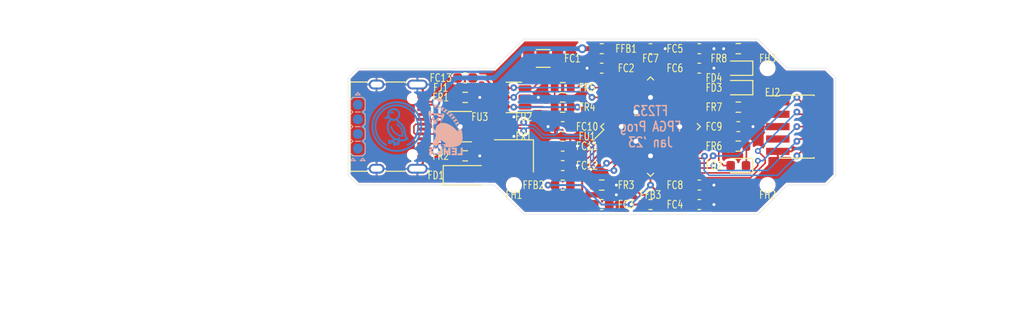
<source format=kicad_pcb>
(kicad_pcb (version 20221018) (generator pcbnew)
  (layers (0 "F.Cu" signal "Front") (31 "B.Cu" signal "Back") (34 "B.Paste" user) (35 "F.Paste" user) (36 "B.SilkS" user "B.Silkscreen") (37 "F.SilkS" user "F.Silkscreen") (38 "B.Mask" user) (39 "F.Mask" user) (44 "Edge.Cuts" user))
  (net 0 "")
  (net 1 "gnd")
  (net 2 "usb_chain_0.d_N")
  (net 3 "vusb")
  (net 4 "usb_chain_0.d_P")
  (net 5 "usb.conn.A5")
  (net 6 "usb.conn.B5")
  (net 7 "ft232.ic.vccd")
  (net 8 "ft232.eeprom_spi.spi.miso")
  (net 9 "ft232.eeprom_spi.eedata")
  (net 10 "led0.res.a")
  (net 11 "led1.res.a")
  (net 12 "led2.res.a")
  (net 13 "ft232.ref_res.a")
  (net 14 "ft232.eeprom_spi.eeclk")
  (net 15 "ft232.eeprom.cs")
  (net 16 "ft232.crystal.crystal.a")
  (net 17 "ft232.crystal.crystal.b")
  (net 18 "ft232.mpsse.sck")
  (net 19 "ft232.mpsse.mosi")
  (net 20 "ft232.mpsse.miso")
  (net 21 "ft232.ic.adbus3")
  (net 22 "ft232.adbus4")
  (net 23 "ft232.ic.adbus5")
  (net 24 "ft232.ic.adbus6")
  (net 25 "ft232.adbus7")
  (net 26 "ft232.acbus0")
  (net 27 "ft232.acbus1")
  (net 28 "ft232.acbus2")
  (net 29 "ft232.acbus3")
  (net 30 "ft232.acbus4")
  (net 31 "ft232.acbus5")
  (net 32 "ft232.acbus6")
  (net 33 "ft232.acbus7")
  (net 34 "ft232.acbus8")
  (net 35 "ft232.acbus9")
  (net 36 "ft232.ic.vcca")
  (net 37 "ft232.ic.vcccore")
  (net 38 "ft232.ic.vregin")
  (net 39 "ft232.ic.vphy")
  (net 40 "ft232.ic.vpll")
  (net 41 "out.pwr")
  (footprint "Capacitor_SMD:C_0603_1608Metric" (layer "F.Cu") (at 129 52)
    (fp_text reference "FC12")
    (fp_text value "")
  )
  (footprint "Package_TO_SOT_SMD:SOT-23-6" (layer "F.Cu") (at 124 45 180)
    (fp_text reference "FU2")
    (fp_text value "93LC56B (Microchip Technology)")
  )
  (footprint "Capacitor_SMD:C_0603_1608Metric" (layer "F.Cu") (at 143 42)
    (fp_text reference "FC6")
    (fp_text value "")
  )
  (footprint "Capacitor_SMD:C_0603_1608Metric" (layer "F.Cu") (at 119 43 180)
    (fp_text reference "FC13")
    (fp_text value "")
  )
  (footprint "Inductor_SMD:L_0603_1608Metric" (layer "F.Cu") (at 133 40)
    (fp_text reference "FFB1")
    (fp_text value "")
  )
  (footprint "Capacitor_SMD:C_0603_1608Metric" (layer "F.Cu") (at 143 54)
    (fp_text reference "FC8")
    (fp_text value "")
  )
  (footprint "Connector_PinHeader_1.27mm:PinHeader_2x05_P1.27mm_Vertical_SMD" (layer "F.Cu") (at 153 48)
    (fp_text reference "FJ2")
    (fp_text value "PinHeader1.27 Shrouded 2x5 (Generic)")
  )
  (footprint "LED_SMD:LED_0603_1608Metric" (layer "F.Cu") (at 147 44 180)
    (fp_text reference "FD3")
    (fp_text value "")
  )
  (footprint "LED_SMD:LED_0603_1608Metric" (layer "F.Cu") (at 147 52 180)
    (fp_text reference "FD2")
    (fp_text value "C2290 (Hubei KENTO Elec) - White 0603 Light Emitting Diodes (LED) RoHS")
  )
  (footprint "Resistor_SMD:R_0603_1608Metric" (layer "F.Cu") (at 147 50 180)
    (fp_text reference "FR6")
    (fp_text value "")
  )
  (footprint "edg:JlcToolingHole_1.152mm" (layer "F.Cu") (at 150 54)
    (fp_text reference "FH2")
    (fp_text value "")
  )
  (footprint "Resistor_SMD:R_0603_1608Metric" (layer "F.Cu") (at 129 46 180)
    (fp_text reference "FR4")
    (fp_text value "")
  )
  (footprint "Inductor_SMD:L_0603_1608Metric" (layer "F.Cu") (at 138 56)
    (fp_text reference "FFB3")
    (fp_text value "")
  )
  (footprint "Inductor_SMD:L_0603_1608Metric" (layer "F.Cu") (at 129 54)
    (fp_text reference "FFB2")
    (fp_text value "")
  )
  (footprint "Crystal:Crystal_SMD_3225-4Pin_3.2x2.5mm" (layer "F.Cu") (at 124 51 180)
    (fp_text reference "FX1")
    (fp_text value "")
  )
  (footprint "Capacitor_SMD:C_0603_1608Metric" (layer "F.Cu") (at 133 42 180)
    (fp_text reference "FC2")
    (fp_text value "")
  )
  (footprint "Capacitor_SMD:C_0603_1608Metric" (layer "F.Cu") (at 143 40)
    (fp_text reference "FC5")
    (fp_text value "")
  )
  (footprint "Resistor_SMD:R_0603_1608Metric" (layer "F.Cu") (at 129 44)
    (fp_text reference "FR5")
    (fp_text value "")
  )
  (footprint "Capacitor_SMD:C_0603_1608Metric" (layer "F.Cu") (at 138 40)
    (fp_text reference "FC7")
    (fp_text value "")
  )
  (footprint "Resistor_SMD:R_0603_1608Metric" (layer "F.Cu") (at 119 51 180)
    (fp_text reference "FR2")
    (fp_text value "")
  )
  (footprint "Resistor_SMD:R_0603_1608Metric" (layer "F.Cu") (at 119 45 180)
    (fp_text reference "FR1")
    (fp_text value "")
  )
  (footprint "Capacitor_SMD:C_0603_1608Metric" (layer "F.Cu") (at 143 56)
    (fp_text reference "FC4")
    (fp_text value "")
  )
  (footprint "Package_QFP:LQFP-48_7x7mm_P0.5mm" (layer "F.Cu") (at 138 48 45)
    (fp_text reference "FU1")
    (fp_text value "FT232HL (FTDI, Future Technology Devices International Ltd)")
  )
  (footprint "Connector_USB:USB_C_Receptacle_XKB_U262-16XN-4BVC11" (layer "F.Cu") (at 111 48 -90)
    (fp_text reference "FJ1")
    (fp_text value "COM-15111 (Sparkfun)")
  )
  (footprint "edg:JlcToolingHole_1.152mm" (layer "F.Cu") (at 150 42)
    (fp_text reference "FH3")
    (fp_text value "")
  )
  (footprint "LED_SMD:LED_0603_1608Metric" (layer "F.Cu") (at 147 42 180)
    (fp_text reference "FD4")
    (fp_text value "")
  )
  (footprint "Diode_SMD:D_SOD-123" (layer "F.Cu") (at 119 53)
    (fp_text reference "FD1")
    (fp_text value "MMSZ5232A_R1_00001 (PANJIT International) - 5?A@3V 11? Single 5.49V~5.71V 500mW 5.6V SOD-123 Zener Diodes ROHS")
  )
  (footprint "Resistor_SMD:R_0603_1608Metric" (layer "F.Cu") (at 147 46 180)
    (fp_text reference "FR7")
    (fp_text value "")
  )
  (footprint "Capacitor_SMD:C_0603_1608Metric" (layer "F.Cu") (at 133 56)
    (fp_text reference "FC3")
    (fp_text value "")
  )
  (footprint "Capacitor_SMD:C_0603_1608Metric" (layer "F.Cu") (at 129 48 180)
    (fp_text reference "FC10")
    (fp_text value "")
  )
  (footprint "Capacitor_SMD:C_1206_3216Metric" (layer "F.Cu") (at 127 41 180)
    (fp_text reference "FC1")
    (fp_text value "")
  )
  (footprint "Resistor_SMD:R_0603_1608Metric" (layer "F.Cu") (at 147 40 180)
    (fp_text reference "FR8")
    (fp_text value "")
  )
  (footprint "Resistor_SMD:R_0603_1608Metric" (layer "F.Cu") (at 133 54)
    (fp_text reference "FR3")
    (fp_text value "")
  )
  (footprint "edg:JlcToolingHole_1.152mm" (layer "F.Cu") (at 124 54)
    (fp_text reference "FH1")
    (fp_text value "")
  )
  (footprint "Capacitor_SMD:C_0603_1608Metric" (layer "F.Cu") (at 147 48)
    (fp_text reference "FC9")
    (fp_text value "")
  )
  (footprint "Capacitor_SMD:C_0603_1608Metric" (layer "F.Cu") (at 129 50)
    (fp_text reference "FC11")
    (fp_text value "")
  )
  (footprint "Package_TO_SOT_SMD:SOT-23" (layer "F.Cu") (at 119 48)
    (fp_text reference "FU3")
    (fp_text value "PGB102ST23 (Littelfuse)")
  )
  (footprint "edg:Indicator_IdDots_4" (layer "B.Cu") (at 108 48 90)
    (fp_text reference "FU6" hide)
    (fp_text value "IdDots4")
  )
  (footprint "edg:Symbol_Duckling" (layer "B.Cu") (at 112 48 180)
    (fp_text reference "FU4" hide)
    (fp_text value "Duck" hide)
  )
  (footprint "edg:Symbol_LemurSmall" (layer "B.Cu") (at 117 48 180)
    (fp_text reference "FU5" hide)
    (fp_text value "Lemur" hide)
  )
  (gr_line (start 157 43) (end 157 53) (stroke (width 0.0381)) (layer "Edge.Cuts"))
  (gr_line (start 157 53) (end 156 54) (stroke (width 0.0381)) (layer "Edge.Cuts"))
  (gr_line (start 108 42) (end 122 42) (stroke (width 0.0381)) (layer "Edge.Cuts"))
  (gr_line (start 149 39) (end 152 42) (stroke (width 0.0381)) (layer "Edge.Cuts"))
  (gr_line (start 107 43) (end 108 42) (stroke (width 0.0381)) (layer "Edge.Cuts"))
  (gr_line (start 107 53) (end 108 54) (stroke (width 0.0381)) (layer "Edge.Cuts"))
  (gr_line (start 125 39) (end 149 39) (stroke (width 0.0381)) (layer "Edge.Cuts"))
  (gr_line (start 107 43) (end 107 53) (stroke (width 0.0381)) (layer "Edge.Cuts"))
  (gr_line (start 108 54) (end 122 54) (stroke (width 0.0381)) (layer "Edge.Cuts"))
  (gr_line (start 149 57) (end 125 57) (stroke (width 0.0381)) (layer "Edge.Cuts"))
  (gr_line (start 122 54) (end 125 57) (stroke (width 0.0381)) (layer "Edge.Cuts"))
  (gr_line (start 152 54) (end 149 57) (stroke (width 0.0381)) (layer "Edge.Cuts"))
  (gr_line (start 156 42) (end 157 43) (stroke (width 0.0381)) (layer "Edge.Cuts"))
  (gr_line (start 152 42) (end 156 42) (stroke (width 0.0381)) (layer "Edge.Cuts"))
  (gr_line (start 156 54) (end 152 54) (stroke (width 0.0381)) (layer "Edge.Cuts"))
  (gr_line (start 122 42) (end 125 39) (stroke (width 0.0381)) (layer "Edge.Cuts"))
  (gr_text "FT232\nFPGA Prog\nJan '23" (at 138 48) (layer "B.SilkS") (effects (font (size 1 0.8)) (justify mirror)))
  (segment (start 138 45) (end 138 44.81802) (width 0.2) (layer "F.Cu") (net 1))
  (segment (start 137.474874 51) (end 136.294105 52.180769) (width 0.2) (layer "F.Cu") (net 1))
  (segment (start 114.67 51.35) (end 114.67 51.755) (width 0.2) (layer "F.Cu") (net 1))
  (segment (start 114.67 51.755) (end 114.105 52.32) (width 0.2) (layer "F.Cu") (net 1))
  (segment (start 134.25 56) (end 134.5 55.75) (width 0.2) (layer "F.Cu") (net 1))
  (segment (start 138 51) (end 137.474874 51) (width 0.2) (layer "F.Cu") (net 1))
  (segment (start 132.225 42) (end 131.5 42) (width 0.2) (layer "F.Cu") (net 1))
  (segment (start 133.825 54) (end 134.5 54) (width 0.16) (layer "F.Cu") (net 1))
  (segment (start 138 44.110912) (end 138.998788 43.112124) (width 0.2) (layer "F.Cu") (net 1))
  (segment (start 143.775 54) (end 144.5 54) (width 0.2) (layer "F.Cu") (net 1))
  (segment (start 129.775 52) (end 130.5 52) (width 0.2) (layer "F.Cu") (net 1))
  (segment (start 119.9375 48) (end 118.5 48) (width 0.2) (layer "F.Cu") (net 1))
  (segment (start 134.5 55.75) (end 134.5 55) (width 0.2) (layer "F.Cu") (net 1))
  (segment (start 147.775 48) (end 148.5 48) (width 0.2) (layer "F.Cu") (net 1))
  (segment (start 133.825 54.05) (end 133.775 54) (width 0.2) (layer "F.Cu") (net 1))
  (segment (start 141.18198 48) (end 142.534322 49.352342) (width 0.2) (layer "F.Cu") (net 1))
  (segment (start 114.67 44.245) (end 114.105 43.68) (width 0.2) (layer "F.Cu") (net 1))
  (segment (start 136.5 51.267766) (end 135.940551 51.827215) (width 0.2) (layer "F.Cu") (net 1))
  (segment (start 138 51.18198) (end 136.647658 52.534322) (width 0.2) (layer "F.Cu") (net 1))
  (segment (start 119.825 45) (end 120.5 45) (width 0.2) (layer "F.Cu") (net 1))
  (segment (start 129.775 50) (end 130.5 50) (width 0.2) (layer "F.Cu") (net 1))
  (segment (start 119.825 51) (end 120.5 51) (width 0.2) (layer "F.Cu") (net 1))
  (segment (start 136.5 45.43934) (end 136.5 46.5) (width 0.2) (layer "F.Cu") (net 1))
  (segment (start 143.775 56) (end 144.5 56) (width 0.2) (layer "F.Cu") (net 1))
  (segment (start 136.5 49.5) (end 136.5 51.267766) (width 0.2) (layer "F.Cu") (net 1))
  (segment (start 134.81802 48) (end 133.465678 46.647658) (width 0.2) (layer "F.Cu") (net 1))
  (segment (start 143.775 40) (end 144.5 40) (width 0.2) (layer "F.Cu") (net 1))
  (segment (start 141 48) (end 141.18198 48) (width 0.2) (layer "F.Cu") (net 1))
  (segment (start 141 48.525126) (end 142.180769 49.705895) (width 0.2) (layer "F.Cu") (net 1))
  (segment (start 136.5 49.5) (end 134.732234 49.5) (width 0.2) (layer "F.Cu") (net 1))
  (segment (start 138.775 40) (end 139.5 40) (width 0.2) (layer "F.Cu") (net 1))
  (segment (start 134.732234 49.5) (end 134.172785 50.059449) (width 0.2) (layer "F.Cu") (net 1))
  (segment (start 146.175 40) (end 145.5 40) (width 0.16) (layer "F.Cu") (net 1))
  (segment (start 134.110912 48) (end 133.112124 47.001212) (width 0.2) (layer "F.Cu") (net 1))
  (segment (start 128.225 48) (end 127.5 48) (width 0.15) (layer "F.Cu") (net 1))
  (segment (start 135 48) (end 134.110912 48) (width 0.2) (layer "F.Cu") (net 1))
  (segment (start 135.586998 44.526338) (end 136.5 45.43934) (width 0.2) (layer "F.Cu") (net 1))
  (segment (start 141 48) (end 141 48.525126) (width 0.2) (layer "F.Cu") (net 1))
  (segment (start 138 44.81802) (end 139.352342 43.465678) (width 0.2) (layer "F.Cu") (net 1))
  (segment (start 138 45) (end 138 44.110912) (width 0.2) (layer "F.Cu") (net 1))
  (segment (start 133.775 56) (end 134.25 56) (width 0.2) (layer "F.Cu") (net 1))
  (segment (start 135 48) (end 134.81802 48) (width 0.2) (layer "F.Cu") (net 1))
  (segment (start 114.67 44.65) (end 114.67 44.245) (width 0.2) (layer "F.Cu") (net 1))
  (segment (start 143.775 42) (end 144.5 42) (width 0.2) (layer "F.Cu") (net 1))
  (segment (start 125.1375 45) (end 126.5 45) (width 0.2) (layer "F.Cu") (net 1))
  (segment (start 138 51) (end 138 51.18198) (width 0.2) (layer "F.Cu") (net 1))
  (via (at 136.5 49.5) (size 0.9) (drill 0.5) (layers "F.Cu" "B.Cu") (net 1))
  (via (at 120.5 51) (size 0.7) (drill 0.3) (layers "F.Cu" "B.Cu") (net 1))
  (via (at 118.5 48) (size 0.9) (drill 0.5) (layers "F.Cu" "B.Cu") (net 1))
  (via (at 134.5 54) (size 0.7) (drill 0.3) (layers "F.Cu" "B.Cu") (net 1))
  (via (at 131.5 42) (size 0.7) (drill 0.3) (layers "F.Cu" "B.Cu") (net 1))
  (via (at 124 49) (size 0.7) (drill 0.3) (layers "F.Cu" "B.Cu") (net 1))
  (via (at 138 45) (size 0.9) (drill 0.5) (layers "F.Cu" "B.Cu") (net 1))
  (via (at 134.5 55) (size 0.7) (drill 0.3) (layers "F.Cu" "B.Cu") (net 1))
  (via (at 144.5 56) (size 0.7) (drill 0.3) (layers "F.Cu" "B.Cu") (net 1))
  (via (at 144.5 40) (size 0.7) (drill 0.3) (layers "F.Cu" "B.Cu") (net 1))
  (via (at 135 48) (size 0.9) (drill 0.5) (layers "F.Cu" "B.Cu") (net 1))
  (via (at 145.5 40) (size 0.7) (drill 0.3) (layers "F.Cu" "B.Cu") (net 1))
  (via (at 120.5 45) (size 0.7) (drill 0.3) (layers "F.Cu" "B.Cu") (net 1))
  (via (at 126.5 45) (size 0.7) (drill 0.3) (layers "F.Cu" "B.Cu") (net 1))
  (via (at 144.5 42) (size 0.7) (drill 0.3) (layers "F.Cu" "B.Cu") (net 1))
  (via (at 136.5 46.5) (size 0.9) (drill 0.5) (layers "F.Cu" "B.Cu") (net 1))
  (via (at 130.5 52) (size 0.7) (drill 0.3) (layers "F.Cu" "B.Cu") (net 1))
  (via (at 144.5 54) (size 0.7) (drill 0.3) (layers "F.Cu" "B.Cu") (net 1))
  (via (at 138 51) (size 0.9) (drill 0.5) (layers "F.Cu" "B.Cu") (net 1))
  (via (at 139.5 40) (size 0.7) (drill 0.3) (layers "F.Cu" "B.Cu") (net 1))
  (via (at 127.5 48) (size 0.6) (drill 0.3) (layers "F.Cu" "B.Cu") (net 1))
  (via (at 130.5 50) (size 0.7) (drill 0.3) (layers "F.Cu" "B.Cu") (net 1))
  (via (at 124 47) (size 0.7) (drill 0.3) (layers "F.Cu" "B.Cu") (net 1))
  (via (at 141 48) (size 0.9) (drill 0.5) (layers "F.Cu" "B.Cu") (net 1))
  (via (at 148.5 48) (size 0.7) (drill 0.3) (layers "F.Cu" "B.Cu") (net 1))
  (segment (start 118.084499 47.071999) (end 118.106498 47.05) (width 0.15) (layer "F.Cu") (net 2))
  (segment (start 121 47.05) (end 121.799999 47.849999) (width 0.15) (layer "F.Cu") (net 2))
  (segment (start 124.725001 47.849999) (end 125 47.575) (width 0.15) (layer "F.Cu") (net 2))
  (segment (start 118.0625 47.05) (end 118.084499 47.071999) (width 0.15) (layer "F.Cu") (net 2))
  (segment (start 115.345 47.25) (end 114.67 47.25) (width 0.15) (layer "F.Cu") (net 2))
  (segment (start 115.95 47.05) (end 115.75 47.25) (width 0.15) (layer "F.Cu") (net 2))
  (segment (start 133.5 51.75) (end 133.896446 51.75) (width 0.16) (layer "F.Cu") (net 2))
  (segment (start 114.67 48.25) (end 115.345 48.25) (width 0.15) (layer "F.Cu") (net 2))
  (segment (start 121.799999 47.849999) (end 124.725001 47.849999) (width 0.15) (layer "F.Cu") (net 2))
  (segment (start 114.67 47.25) (end 115.75 47.25) (width 0.15) (layer "F.Cu") (net 2))
  (segment (start 133.896446 51.75) (end 134.879891 50.766555) (width 0.16) (layer "F.Cu") (net 2))
  (segment (start 118.106498 47.05) (end 121 47.05) (width 0.15) (layer "F.Cu") (net 2))
  (segment (start 118.0625 47.05) (end 115.95 47.05) (width 0.15) (layer "F.Cu") (net 2))
  (segment (start 115.5 47.405) (end 115.345 47.25) (width 0.15) (layer "F.Cu") (net 2))
  (segment (start 115.345 48.25) (end 115.5 48.095) (width 0.15) (layer "F.Cu") (net 2))
  (segment (start 115.5 48.095) (end 115.5 47.405) (width 0.15) (layer "F.Cu") (net 2))
  (via (at 133.5 51.75) (size 0.7) (drill 0.3) (layers "F.Cu" "B.Cu") (net 2))
  (via (at 125 47.575) (size 0.7) (drill 0.3) (layers "F.Cu" "B.Cu") (net 2))
  (segment (start 128.689326 48.310673) (end 128.75 48.310673) (width 0.15) (layer "B.Cu") (net 2))
  (segment (start 131.062134 48.85) (end 132.15 49.937866) (width 0.15) (layer "B.Cu") (net 2))
  (segment (start 133.050001 52.199999) (end 133.5 51.75) (width 0.15) (layer "B.Cu") (net 2))
  (segment (start 132.15 51.937866) (end 132.412133 52.199999) (width 0.15) (layer "B.Cu") (net 2))
  (segment (start 125.274999 47.849999) (end 126.062133 47.849999) (width 0.15) (layer "B.Cu") (net 2))
  (segment (start 132.412133 52.199999) (end 133.050001 52.199999) (width 0.15) (layer "B.Cu") (net 2))
  (segment (start 129.35 48.85) (end 131.062134 48.85) (width 0.15) (layer "B.Cu") (net 2))
  (segment (start 132.15 49.937866) (end 132.15 51.937866) (width 0.15) (layer "B.Cu") (net 2))
  (segment (start 125 47.575) (end 125.274999 47.849999) (width 0.15) (layer "B.Cu") (net 2))
  (segment (start 129.289326 48.85) (end 129.35 48.85) (width 0.15) (layer "B.Cu") (net 2))
  (segment (start 128.419663 48.580337) (end 128.419663 48.580336) (width 0.15) (layer "B.Cu") (net 2))
  (segment (start 129.019663 48.580336) (end 129.019663 48.580337) (width 0.15) (layer "B.Cu") (net 2))
  (segment (start 126.062133 47.849999) (end 127.062134 48.85) (width 0.15) (layer "B.Cu") (net 2))
  (segment (start 127.062134 48.85) (end 128.15 48.85) (width 0.15) (layer "B.Cu") (net 2))
  (arc (start 128.75 48.310673) (mid 128.940681 48.389655) (end 129.019663 48.580336) (width 0.15) (layer "B.Cu") (net 2))
  (arc (start 128.15 48.85) (mid 128.340681 48.771018) (end 128.419663 48.580337) (width 0.15) (layer "B.Cu") (net 2))
  (arc (start 129.019663 48.580337) (mid 129.098645 48.771018) (end 129.289326 48.85) (width 0.15) (layer "B.Cu") (net 2))
  (arc (start 128.419663 48.580336) (mid 128.498645 48.389655) (end 128.689326 48.310673) (width 0.15) (layer "B.Cu") (net 2))
  (segment (start 116 50.5) (end 115.75 50.25) (width 0.2) (layer "F.Cu") (net 3))
  (segment (start 115.95 45.45) (end 114.67 45.45) (width 0.2) (layer "F.Cu") (net 3))
  (segment (start 116 45.5) (end 115.75 45.75) (width 0.2) (layer "F.Cu") (net 3))
  (segment (start 116 50.5) (end 116 52.5) (width 0.5) (layer "F.Cu") (net 3))
  (segment (start 115.75 50.25) (end 114.67 50.25) (width 0.2) (layer "F.Cu") (net 3))
  (segment (start 116 45.5) (end 115.95 45.45) (width 0.2) (layer "F.Cu") (net 3))
  (segment (start 132.175 40) (end 131 40) (width 0.5) (layer "F.Cu") (net 3))
  (segment (start 116 52.5) (end 116.5 53) (width 0.5) (layer "F.Cu") (net 3))
  (segment (start 115.95 50.55) (end 114.67 50.55) (width 0.2) (layer "F.Cu") (net 3))
  (segment (start 115.75 45.75) (end 114.67 45.75) (width 0.2) (layer "F.Cu") (net 3))
  (segment (start 116.5 53) (end 117.25 53) (width 0.5) (layer "F.Cu") (net 3))
  (segment (start 116 50.5) (end 115.95 50.55) (width 0.2) (layer "F.Cu") (net 3))
  (via (at 116 45.5) (size 0.9) (drill 0.5) (layers "F.Cu" "B.Cu") (net 3))
  (via (at 116 50.5) (size 0.9) (drill 0.5) (layers "F.Cu" "B.Cu") (net 3))
  (via (at 131 40) (size 0.9) (drill 0.5) (layers "F.Cu" "B.Cu") (net 3))
  (segment (start 122 43) (end 125 40) (width 0.5) (layer "B.Cu") (net 3))
  (segment (start 116 45) (end 118 43) (width 0.5) (layer "B.Cu") (net 3))
  (segment (start 116 45.5) (end 116 50.5) (width 0.5) (layer "B.Cu") (net 3))
  (segment (start 125 40) (end 131 40) (width 0.5) (layer "B.Cu") (net 3))
  (segment (start 118 43) (end 122 43) (width 0.5) (layer "B.Cu") (net 3))
  (segment (start 116 45.5) (end 116 45) (width 0.5) (layer "B.Cu") (net 3))
  (segment (start 118.0625 48.95) (end 118.084499 48.928001) (width 0.15) (layer "F.Cu") (net 4))
  (segment (start 134.25 52.5) (end 134.25 52.103554) (width 0.16) (layer "F.Cu") (net 4))
  (segment (start 121.799999 48.150001) (end 124.725001 48.150001) (width 0.15) (layer "F.Cu") (net 4))
  (segment (start 118.0625 48.95) (end 115.95 48.95) (width 0.15) (layer "F.Cu") (net 4))
  (segment (start 113.75 48.625) (end 113.875 48.75) (width 0.15) (layer "F.Cu") (net 4))
  (segment (start 114.67 47.75) (end 113.945 47.75) (width 0.15) (layer "F.Cu") (net 4))
  (segment (start 114.67 48.75) (end 115.75 48.75) (width 0.15) (layer "F.Cu") (net 4))
  (segment (start 118.084499 48.928001) (end 118.106498 48.95) (width 0.15) (layer "F.Cu") (net 4))
  (segment (start 113.945 47.75) (end 113.75 47.945) (width 0.15) (layer "F.Cu") (net 4))
  (segment (start 121 48.95) (end 121.799999 48.150001) (width 0.15) (layer "F.Cu") (net 4))
  (segment (start 113.875 48.75) (end 114.67 48.75) (width 0.15) (layer "F.Cu") (net 4))
  (segment (start 134.25 52.103554) (end 135.233445 51.120109) (width 0.16) (layer "F.Cu") (net 4))
  (segment (start 115.95 48.95) (end 115.75 48.75) (width 0.15) (layer "F.Cu") (net 4))
  (segment (start 113.75 47.945) (end 113.75 48.625) (width 0.15) (layer "F.Cu") (net 4))
  (segment (start 118.106498 48.95) (end 121 48.95) (width 0.15) (layer "F.Cu") (net 4))
  (segment (start 124.725001 48.150001) (end 125 48.425) (width 0.15) (layer "F.Cu") (net 4))
  (via (at 125 48.425) (size 0.7) (drill 0.3) (layers "F.Cu" "B.Cu") (net 4))
  (via (at 134.25 52.5) (size 0.7) (drill 0.3) (layers "F.Cu" "B.Cu") (net 4))
  (segment (start 131.85 52.062134) (end 132.287866 52.5) (width 0.15) (layer "B.Cu") (net 4))
  (segment (start 130.937866 49.15) (end 131.85 50.062134) (width 0.15) (layer "B.Cu") (net 4))
  (segment (start 131.85 50.062134) (end 131.85 52.062134) (width 0.15) (layer "B.Cu") (net 4))
  (segment (start 125.274999 48.150001) (end 125.937867 48.150001) (width 0.15) (layer "B.Cu") (net 4))
  (segment (start 125 48.425) (end 125.274999 48.150001) (width 0.15) (layer "B.Cu") (net 4))
  (segment (start 125.937867 48.150001) (end 126.937866 49.15) (width 0.15) (layer "B.Cu") (net 4))
  (segment (start 126.937866 49.15) (end 130.937866 49.15) (width 0.15) (layer "B.Cu") (net 4))
  (segment (start 132.287866 52.5) (end 134.25 52.5) (width 0.15) (layer "B.Cu") (net 4))
  (segment (start 114.67 46.75) (end 115.818664 46.75) (width 0.16) (layer "F.Cu") (net 5))
  (segment (start 115.823665 46.745) (end 116.755 46.745) (width 0.16) (layer "F.Cu") (net 5))
  (segment (start 116.755 46.745) (end 117 46.5) (width 0.16) (layer "F.Cu") (net 5))
  (segment (start 117 45.5) (end 117.5 45) (width 0.16) (layer "F.Cu") (net 5))
  (segment (start 117 46.5) (end 117 45.5) (width 0.16) (layer "F.Cu") (net 5))
  (segment (start 117.5 45) (end 118.175 45) (width 0.16) (layer "F.Cu") (net 5))
  (segment (start 115.818664 46.75) (end 115.823665 46.745) (width 0.16) (layer "F.Cu") (net 5))
  (segment (start 116.75 49.75) (end 117 50) (width 0.16) (layer "F.Cu") (net 6))
  (segment (start 117 50.5) (end 117.5 51) (width 0.16) (layer "F.Cu") (net 6))
  (segment (start 117.5 51) (end 118.175 51) (width 0.16) (layer "F.Cu") (net 6))
  (segment (start 117 50) (end 117 50.5) (width 0.16) (layer "F.Cu") (net 6))
  (segment (start 114.67 49.75) (end 116.75 49.75) (width 0.16) (layer "F.Cu") (net 6))
  (segment (start 141.5 54) (end 142.225 54) (width 0.2) (layer "F.Cu") (net 7))
  (segment (start 139 51) (end 139 49) (width 0.2) (layer "F.Cu") (net 7))
  (segment (start 137.001212 52.887876) (end 137.889088 52) (width 0.2) (layer "F.Cu") (net 7))
  (segment (start 142 48.110912) (end 142 48) (width 0.2) (layer "F.Cu") (net 7))
  (segment (start 121.5 45.5) (end 122 46) (width 0.2) (layer "F.Cu") (net 7))
  (segment (start 138 47) (end 138 48) (width 0.2) (layer "F.Cu") (net 7))
  (segment (start 146.225 48) (end 145.5 48) (width 0.2) (layer "F.Cu") (net 7))
  (segment (start 139 44.525126) (end 139 47) (width 0.2) (layer "F.Cu") (net 7))
  (segment (start 143.886664 48) (end 142 48) (width 0.2) (layer "F.Cu") (net 7))
  (segment (start 137 46) (end 138 47) (width 0.2) (layer "F.Cu") (net 7))
  (segment (start 139.705895 43.819231) (end 139 44.525126) (width 0.2) (layer "F.Cu") (net 7))
  (segment (start 137.889088 52) (end 138 52) (width 0.2) (layer "F.Cu") (net 7))
  (segment (start 136.5 48) (end 138 48) (width 0.2) (layer "F.Cu") (net 7))
  (segment (start 142 48) (end 141 47) (width 0.2) (layer "F.Cu") (net 7))
  (segment (start 129.775 48) (end 130.5 48) (width 0.2) (layer "F.Cu") (net 7))
  (segment (start 122.8625 45.95) (end 123.9255 45.95) (width 0.2) (layer "F.Cu") (net 7))
  (segment (start 137.225 40) (end 136.5 40) (width 0.2) (layer "F.Cu") (net 7))
  (segment (start 122 46) (end 122.8125 46) (width 0.2) (layer "F.Cu") (net 7))
  (segment (start 138 54) (end 138 52) (width 0.2) (layer "F.Cu") (net 7))
  (segment (start 133.819231 46.294105) (end 133.025126 45.5) (width 0.2) (layer "F.Cu") (net 7))
  (segment (start 122.8125 46) (end 122.8625 45.95) (width 0.2) (layer "F.Cu") (net 7))
  (segment (start 138 54) (end 138.5 54.5) (width 0.2) (layer "F.Cu") (net 7))
  (segment (start 128.175 54) (end 127.5 54) (width 0.2) (layer "F.Cu") (net 7))
  (segment (start 141 47) (end 139 47) (width 0.2) (layer "F.Cu") (net 7))
  (segment (start 121.5 43.5) (end 121.5 45.5) (width 0.2) (layer "F.Cu") (net 7))
  (segment (start 133.025126 45.5) (end 132.5 45.5) (width 0.2) (layer "F.Cu") (net 7))
  (segment (start 139 49) (end 138 48) (width 0.2) (layer "F.Cu") (net 7))
  (segment (start 132 46) (end 131 46) (width 0.2) (layer "F.Cu") (net 7))
  (segment (start 123.9255 45.95) (end 123.9755 46) (width 0.2) (layer "F.Cu") (net 7))
  (segment (start 145.5 48) (end 143.886664 48) (width 0.2) (layer "F.Cu") (net 7))
  (segment (start 137.175 56) (end 136 56) (width 0.2) (layer "F.Cu") (net 7))
  (segment (start 119.775 43) (end 121 43) (width 0.2) (layer "F.Cu") (net 7))
  (segment (start 136.294105 43.819231) (end 137 44.525126) (width 0.2) (layer "F.Cu") (net 7))
  (segment (start 133.819231 46.294105) (end 134.525126 47) (width 0.2) (layer "F.Cu") (net 7))
  (segment (start 120 43) (end 121 43) (width 0.2) (layer "F.Cu") (net 7))
  (segment (start 138.5 54.5) (end 141 54.5) (width 0.2) (layer "F.Cu") (net 7))
  (segment (start 121 43) (end 121.5 43.5) (width 0.2) (layer "F.Cu") (net 7))
  (segment (start 129.825 46) (end 130.5 46) (width 0.2) (layer "F.Cu") (net 7))
  (segment (start 135.5 41) (end 135.5 43.025126) (width 0.2) (layer "F.Cu") (net 7))
  (segment (start 135.5 47) (end 136.5 48) (width 0.2) (layer "F.Cu") (net 7))
  (segment (start 141 54.5) (end 141.5 54) (width 0.2) (layer "F.Cu") (net 7))
  (segment (start 138 48) (end 139 47) (width 0.2) (layer "F.Cu") (net 7))
  (segment (start 136.5 40) (end 135.5 41) (width 0.2) (layer "F.Cu") (net 7))
  (segment (start 138.5 51.5) (end 139 51) (width 0.2) (layer "F.Cu") (net 7))
  (segment (start 131 47.5) (end 131 46) (width 0.2) (layer "F.Cu") (net 7))
  (segment (start 142.887876 48.998788) (end 142 48.110912) (width 0.2) (layer "F.Cu") (net 7))
  (segment (start 137 44.525126) (end 137 46) (width 0.2) (layer "F.Cu") (net 7))
  (segment (start 130.5 48) (end 131 47.5) (width 0.2) (layer "F.Cu") (net 7))
  (segment (start 135.5 43.025126) (end 136.294105 43.819231) (width 0.2) (layer "F.Cu") (net 7))
  (segment (start 132.5 45.5) (end 132 46) (width 0.2) (layer "F.Cu") (net 7))
  (segment (start 138 52) (end 138.5 51.5) (width 0.2) (layer "F.Cu") (net 7))
  (segment (start 134.525126 47) (end 135.5 47) (width 0.2) (layer "F.Cu") (net 7))
  (segment (start 131 46) (end 130.5 46) (width 0.2) (layer "F.Cu") (net 7))
  (via (at 138 54) (size 0.7) (drill 0.3) (layers "F.Cu" "B.Cu") (net 7))
  (via (at 123.9755 46) (size 0.7) (drill 0.3) (layers "F.Cu" "B.Cu") (net 7))
  (via (at 136 56) (size 0.7) (drill 0.3) (layers "F.Cu" "B.Cu") (net 7))
  (via (at 127.5 54) (size 0.7) (drill 0.3) (layers "F.Cu" "B.Cu") (net 7))
  (via (at 130.5 46) (size 0.7) (drill 0.3) (layers "F.Cu" "B.Cu") (net 7))
  (segment (start 133 56) (end 131 54) (width 0.2) (layer "B.Cu") (net 7))
  (segment (start 136 56) (end 138 54) (width 0.2) (layer "B.Cu") (net 7))
  (segment (start 123.9755 46) (end 130.5 46) (width 0.2) (layer "B.Cu") (net 7))
  (segment (start 136 56) (end 133 56) (width 0.2) (layer "B.Cu") (net 7))
  (segment (start 131 54) (end 127.5 54) (width 0.2) (layer "B.Cu") (net 7))
  (segment (start 126.95 45.95) (end 127 46) (width 0.16) (layer "F.Cu") (net 8))
  (segment (start 127 46) (end 128.175 46) (width 0.16) (layer "F.Cu") (net 8))
  (segment (start 125.1375 45.95) (end 126.95 45.95) (width 0.16) (layer "F.Cu") (net 8))
  (segment (start 128.175 44) (end 128.175 46) (width 0.16) (layer "F.Cu") (net 8))
  (segment (start 131 43.5) (end 130.5 44) (width 0.16) (layer "F.Cu") (net 9))
  (segment (start 127 43) (end 131 43) (width 0.16) (layer "F.Cu") (net 9))
  (segment (start 134 43.5) (end 133.5 43) (width 0.16) (layer "F.Cu") (net 9))
  (segment (start 131 43.5) (end 131 43) (width 0.16) (layer "F.Cu") (net 9))
  (segment (start 125.1375 44.05) (end 125.95 44.05) (width 0.16) (layer "F.Cu") (net 9))
  (segment (start 125.95 44.05) (end 127 43) (width 0.16) (layer "F.Cu") (net 9))
  (segment (start 134.879891 45.233445) (end 134 44.353554) (width 0.16) (layer "F.Cu") (net 9))
  (segment (start 134 44.353554) (end 134 43.5) (width 0.16) (layer "F.Cu") (net 9))
  (segment (start 130.5 44) (end 129.825 44) (width 0.16) (layer "F.Cu") (net 9))
  (segment (start 133.5 43) (end 131 43) (width 0.16) (layer "F.Cu") (net 9))
  (segment (start 147.825 50) (end 147.825 51.9625) (width 0.16) (layer "F.Cu") (net 10))
  (segment (start 147.825 51.9625) (end 147.7875 52) (width 0.16) (layer "F.Cu") (net 10))
  (segment (start 147.7875 44) (end 147.7875 45.9625) (width 0.16) (layer "F.Cu") (net 11))
  (segment (start 147.7875 45.9625) (end 147.825 46) (width 0.16) (layer "F.Cu") (net 11))
  (segment (start 147.7875 40) (end 147.7875 41.9625) (width 0.16) (layer "F.Cu") (net 12))
  (segment (start 147.7875 41.9625) (end 147.825 42) (width 0.16) (layer "F.Cu") (net 12))
  (segment (start 133.93934 51) (end 133 51) (width 0.16) (layer "F.Cu") (net 13))
  (segment (start 133 51) (end 131.5 52.5) (width 0.16) (layer "F.Cu") (net 13))
  (segment (start 131.75 54) (end 132.175 54) (width 0.16) (layer "F.Cu") (net 13))
  (segment (start 131.5 52.5) (end 131.5 53.75) (width 0.16) (layer "F.Cu") (net 13))
  (segment (start 131.5 53.75) (end 131.75 54) (width 0.16) (layer "F.Cu") (net 13))
  (segment (start 134.526338 50.413002) (end 133.93934 51) (width 0.16) (layer "F.Cu") (net 13))
  (segment (start 122.8625 44.05) (end 123.9255 44.05) (width 0.16) (layer "F.Cu") (net 14))
  (segment (start 132.93934 44) (end 132 44) (width 0.16) (layer "F.Cu") (net 14))
  (segment (start 123.9255 44.05) (end 123.9755 44) (width 0.16) (layer "F.Cu") (net 14))
  (segment (start 134.526338 45.586998) (end 132.93934 44) (width 0.16) (layer "F.Cu") (net 14))
  (via (at 123.9755 44) (size 0.7) (drill 0.3) (layers "F.Cu" "B.Cu") (net 14))
  (via (at 132 44) (size 0.7) (drill 0.3) (layers "F.Cu" "B.Cu") (net 14))
  (segment (start 132 44) (end 123.9755 44) (width 0.16) (layer "B.Cu") (net 14))
  (segment (start 122.8625 45) (end 123.9755 45) (width 0.16) (layer "F.Cu") (net 15))
  (segment (start 132 45) (end 133.232234 45) (width 0.16) (layer "F.Cu") (net 15))
  (segment (start 133.232234 45) (end 134.172785 45.940551) (width 0.16) (layer "F.Cu") (net 15))
  (via (at 123.9755 45) (size 0.7) (drill 0.3) (layers "F.Cu" "B.Cu") (net 15))
  (via (at 132 45) (size 0.7) (drill 0.3) (layers "F.Cu" "B.Cu") (net 15))
  (segment (start 124.5555 44.42) (end 123.9755 45) (width 0.16) (layer "B.Cu") (net 15))
  (segment (start 132 45) (end 131.42 44.42) (width 0.16) (layer "B.Cu") (net 15))
  (segment (start 131.42 44.42) (end 124.5555 44.42) (width 0.16) (layer "B.Cu") (net 15))
  (segment (start 128.225 50.725) (end 128.25 50.75) (width 0.16) (layer "F.Cu") (net 16))
  (segment (start 128.225 50) (end 128.225 50.725) (width 0.16) (layer "F.Cu") (net 16))
  (segment (start 126.5 50.75) (end 125.9 50.15) (width 0.16) (layer "F.Cu") (net 16))
  (segment (start 128.25 50.75) (end 126.5 50.75) (width 0.16) (layer "F.Cu") (net 16))
  (segment (start 125.9 50.15) (end 125.1 50.15) (width 0.16) (layer "F.Cu") (net 16))
  (segment (start 133.112124 48.998788) (end 131.360912 50.75) (width 0.16) (layer "F.Cu") (net 16))
  (segment (start 131.360912 50.75) (end 128.25 50.75) (width 0.16) (layer "F.Cu") (net 16))
  (segment (start 133.465678 49.352342) (end 131.56802 51.25) (width 0.16) (layer "F.Cu") (net 17))
  (segment (start 123.75 51) (end 122.9 51.85) (width 0.16) (layer "F.Cu") (net 17))
  (segment (start 126.26 51.25) (end 126.01 51) (width 0.16) (layer "F.Cu") (net 17))
  (segment (start 131.56802 51.25) (end 128.25 51.25) (width 0.16) (layer "F.Cu") (net 17))
  (segment (start 128.225 51.275) (end 128.25 51.25) (width 0.16) (layer "F.Cu") (net 17))
  (segment (start 126.01 51) (end 123.75 51) (width 0.16) (layer "F.Cu") (net 17))
  (segment (start 128.25 51.25) (end 126.26 51.25) (width 0.16) (layer "F.Cu") (net 17))
  (segment (start 128.225 52) (end 128.225 51.275) (width 0.16) (layer "F.Cu") (net 17))
  (segment (start 154.95 46.73) (end 153.23 46.73) (width 0.16) (layer "F.Cu") (net 18))
  (segment (start 149 50.5) (end 149.75 51.25) (width 0.16) (layer "F.Cu") (net 18))
  (segment (start 148.25 53.25) (end 141.75 53.25) (width 0.16) (layer "F.Cu") (net 18))
  (segment (start 149.75 51.75) (end 148.25 53.25) (width 0.16) (layer "F.Cu") (net 18))
  (segment (start 141.25 53.75) (end 139.860912 53.75) (width 0.16) (layer "F.Cu") (net 18))
  (segment (start 153.23 46.73) (end 153 46.5) (width 0.16) (layer "F.Cu") (net 18))
  (segment (start 139.860912 53.75) (end 138.998788 52.887876) (width 0.16) (layer "F.Cu") (net 18))
  (segment (start 149.75 51.25) (end 149.75 51.75) (width 0.16) (layer "F.Cu") (net 18))
  (segment (start 141.75 53.25) (end 141.25 53.75) (width 0.16) (layer "F.Cu") (net 18))
  (via (at 153 46.5) (size 0.7) (drill 0.3) (layers "F.Cu" "B.Cu") (net 18))
  (via (at 149 50.5) (size 0.6) (drill 0.3) (layers "F.Cu" "B.Cu") (net 18))
  (segment (start 149 50.5) (end 153 46.5) (width 0.16) (layer "B.Cu") (net 18))
  (segment (start 148.25 52.75) (end 149 52) (width 0.16) (layer "F.Cu") (net 19))
  (segment (start 148.25 52.75) (end 141.75 52.75) (width 0.16) (layer "F.Cu") (net 19))
  (segment (start 141.75 52.75) (end 141.25 53.25) (width 0.16) (layer "F.Cu") (net 19))
  (segment (start 149 52) (end 149 51.5) (width 0.16) (layer "F.Cu") (net 19))
  (segment (start 140.06802 53.25) (end 139.352342 52.534322) (width 0.16) (layer "F.Cu") (net 19))
  (segment (start 154.95 48) (end 153 48) (width 0.16) (layer "F.Cu") (net 19))
  (segment (start 141.25 53.25) (end 140.06802 53.25) (width 0.16) (layer "F.Cu") (net 19))
  (via (at 149 51.5) (size 0.6) (drill 0.3) (layers "F.Cu" "B.Cu") (net 19))
  (via (at 153 48) (size 0.7) (drill 0.3) (layers "F.Cu" "B.Cu") (net 19))
  (segment (start 149 51.5) (end 149.5 51.5) (width 0.16) (layer "B.Cu") (net 19))
  (segment (start 149.5 51.5) (end 153 48) (width 0.16) (layer "B.Cu") (net 19))
  (segment (start 154.95 49.27) (end 153.23 49.27) (width 0.16) (layer "F.Cu") (net 20))
  (segment (start 140.275126 52.75) (end 139.705895 52.180769) (width 0.16) (layer "F.Cu") (net 20))
  (segment (start 141.25 52.75) (end 140.275126 52.75) (width 0.16) (layer "F.Cu") (net 20))
  (segment (start 144.5 52) (end 144.25 52.25) (width 0.16) (layer "F.Cu") (net 20))
  (segment (start 141.75 52.25) (end 141.25 52.75) (width 0.16) (layer "F.Cu") (net 20))
  (segment (start 144.25 52.25) (end 141.75 52.25) (width 0.16) (layer "F.Cu") (net 20))
  (segment (start 153.23 49.27) (end 153 49.5) (width 0.16) (layer "F.Cu") (net 20))
  (via (at 144.5 52) (size 0.7) (drill 0.3) (layers "F.Cu" "B.Cu") (net 20))
  (via (at 153 49.5) (size 0.7) (drill 0.3) (layers "F.Cu" "B.Cu") (net 20))
  (segment (start 145 52.5) (end 144.5 52) (width 0.16) (layer "B.Cu") (net 20))
  (segment (start 150 52.5) (end 145 52.5) (width 0.16) (layer "B.Cu") (net 20))
  (segment (start 153 49.5) (end 150 52.5) (width 0.16) (layer "B.Cu") (net 20))
  (segment (start 140.93934 52) (end 140.413002 51.473662) (width 0.16) (layer "F.Cu") (net 22))
  (segment (start 141.75 51.75) (end 141.5 52) (width 0.16) (layer "F.Cu") (net 22))
  (segment (start 143.6705 51.75) (end 141.75 51.75) (width 0.16) (layer "F.Cu") (net 22))
  (segment (start 154.95 45.46) (end 153.46 45.46) (width 0.16) (layer "F.Cu") (net 22))
  (segment (start 153.46 45.46) (end 153 45) (width 0.16) (layer "F.Cu") (net 22))
  (segment (start 141.5 52) (end 140.93934 52) (width 0.16) (layer "F.Cu") (net 22))
  (segment (start 144.4205 51) (end 143.6705 51.75) (width 0.16) (layer "F.Cu") (net 22))
  (via (at 144.4205 51) (size 0.7) (drill 0.3) (layers "F.Cu" "B.Cu") (net 22))
  (via (at 153 45) (size 0.7) (drill 0.3) (layers "F.Cu" "B.Cu") (net 22))
  (segment (start 147 51) (end 153 45) (width 0.16) (layer "B.Cu") (net 22))
  (segment (start 144.4205 51) (end 147 51) (width 0.16) (layer "B.Cu") (net 22))
  (segment (start 143.319538 51.25) (end 142.31066 51.25) (width 0.16) (layer "F.Cu") (net 25))
  (segment (start 143.539349 51.030189) (end 143.319538 51.25) (width 0.16) (layer "F.Cu") (net 25))
  (segment (start 142.31066 51.25) (end 141.473662 50.413002) (width 0.16) (layer "F.Cu") (net 25))
  (segment (start 153.46 50.54) (end 153 51) (width 0.16) (layer "F.Cu") (net 25))
  (segment (start 154.95 50.54) (end 153.46 50.54) (width 0.16) (layer "F.Cu") (net 25))
  (via (at 153 51) (size 0.7) (drill 0.3) (layers "F.Cu" "B.Cu") (net 25))
  (via (at 143.539349 51.030189) (size 0.7) (drill 0.3) (layers "F.Cu" "B.Cu") (net 25))
  (segment (start 143.5 51.069538) (end 143.539349 51.030189) (width 0.16) (layer "B.Cu") (net 25))
  (segment (start 143.5 52.5) (end 143.5 51.069538) (width 0.16) (layer "B.Cu") (net 25))
  (segment (start 151 53) (end 144 53) (width 0.16) (layer "B.Cu") (net 25))
  (segment (start 144 53) (end 143.5 52.5) (width 0.16) (layer "B.Cu") (net 25))
  (segment (start 153 51) (end 151 53) (width 0.16) (layer "B.Cu") (net 25))
  (segment (start 145 51.5) (end 145.5 52) (width 0.16) (layer "F.Cu") (net 26))
  (segment (start 142.517766 50.75) (end 142.999294 50.75) (width 0.16) (layer "F.Cu") (net 26))
  (segment (start 142.999294 50.75) (end 143.499294 50.25) (width 0.16) (layer "F.Cu") (net 26))
  (segment (start 143.499294 50.25) (end 144.75 50.25) (width 0.16) (layer "F.Cu") (net 26))
  (segment (start 141.827215 50.059449) (end 142.517766 50.75) (width 0.16) (layer "F.Cu") (net 26))
  (segment (start 145 50.5) (end 145 51.5) (width 0.16) (layer "F.Cu") (net 26))
  (segment (start 144.75 50.25) (end 145 50.5) (width 0.16) (layer "F.Cu") (net 26))
  (segment (start 145.5 52) (end 146.2125 52) (width 0.16) (layer "F.Cu") (net 26))
  (segment (start 142.180769 46.294105) (end 144.474874 44) (width 0.16) (layer "F.Cu") (net 29))
  (segment (start 144.474874 44) (end 146.2125 44) (width 0.16) (layer "F.Cu") (net 29))
  (segment (start 141.827215 45.940551) (end 144.633883 43.133883) (width 0.16) (layer "F.Cu") (net 30))
  (segment (start 145.767766 42) (end 144.633883 43.133883) (width 0.16) (layer "F.Cu") (net 30))
  (segment (start 146.2125 42) (end 145.767766 42) (width 0.16) (layer "F.Cu") (net 30))
  (segment (start 142.225 42) (end 138.113336 42) (width 0.2) (layer "F.Cu") (net 36))
  (segment (start 138.113336 42) (end 137.001212 43.112124) (width 0.2) (layer "F.Cu") (net 36))
  (segment (start 141 41) (end 137 41) (width 0.2) (layer "F.Cu") (net 37))
  (segment (start 142.225 40) (end 142 40) (width 0.2) (layer "F.Cu") (net 37))
  (segment (start 136 42.81802) (end 136.647658 43.465678) (width 0.2) (layer "F.Cu") (net 37))
  (segment (start 136 42) (end 136 42.81802) (width 0.2) (layer "F.Cu") (net 37))
  (segment (start 142 40) (end 141 41) (width 0.2) (layer "F.Cu") (net 37))
  (segment (start 137 41) (end 136 42) (width 0.2) (layer "F.Cu") (net 37))
  (segment (start 135 43.232234) (end 135 42.5) (width 0.2) (layer "F.Cu") (net 38))
  (segment (start 135 42.5) (end 134.5 42) (width 0.2) (layer "F.Cu") (net 38))
  (segment (start 133.775 40.05) (end 133.825 40) (width 0.2) (layer "F.Cu") (net 38))
  (segment (start 128.475 41) (end 133.75 41) (width 0.2) (layer "F.Cu") (net 38))
  (segment (start 135.940551 44.172785) (end 135 43.232234) (width 0.2) (layer "F.Cu") (net 38))
  (segment (start 134.5 42) (end 133.775 42) (width 0.2) (layer "F.Cu") (net 38))
  (segment (start 133.775 42) (end 133.775 41.025) (width 0.2) (layer "F.Cu") (net 38))
  (segment (start 133.75 41) (end 133.775 41.025) (width 0.2) (layer "F.Cu") (net 38))
  (segment (start 133.775 41.025) (end 133.775 40.05) (width 0.2) (layer "F.Cu") (net 38))
  (segment (start 131 54) (end 131 52.525126) (width 0.2) (layer "F.Cu") (net 39))
  (segment (start 129.825 54) (end 131 54) (width 0.2) (layer "F.Cu") (net 39))
  (segment (start 132.225 56) (end 131.5 56) (width 0.2) (layer "F.Cu") (net 39))
  (segment (start 131 55.5) (end 131 54) (width 0.2) (layer "F.Cu") (net 39))
  (segment (start 131 52.525126) (end 133.819231 49.705895) (width 0.2) (layer "F.Cu") (net 39))
  (segment (start 131.5 56) (end 131 55.5) (width 0.2) (layer "F.Cu") (net 39))
  (segment (start 135 53) (end 137 55) (width 0.2) (layer "F.Cu") (net 40))
  (segment (start 137 55) (end 140 55) (width 0.2) (layer "F.Cu") (net 40))
  (segment (start 135.586998 51.473662) (end 135 52.06066) (width 0.2) (layer "F.Cu") (net 40))
  (segment (start 140 55) (end 140.5 55.5) (width 0.2) (layer "F.Cu") (net 40))
  (segment (start 140.5 55.5) (end 140.5 56) (width 0.2) (layer "F.Cu") (net 40))
  (segment (start 142.225 56) (end 140.5 56) (width 0.2) (layer "F.Cu") (net 40))
  (segment (start 140.5 56) (end 138.825 56) (width 0.2) (layer "F.Cu") (net 40))
  (segment (start 135 52.06066) (end 135 53) (width 0.2) (layer "F.Cu") (net 40))
  (zone (net 1) (net_name "gnd") (layers "F&B.Cu") (connect_pads (clearance 0.254)) (min_thickness 0.2) (fill yes (thermal_gap 0.2) (thermal_bridge_width 0.2))
    (polygon (pts (xy 158 58) (xy 106 58) (xy 106 38) (xy 158 38)))
  )
)
</source>
